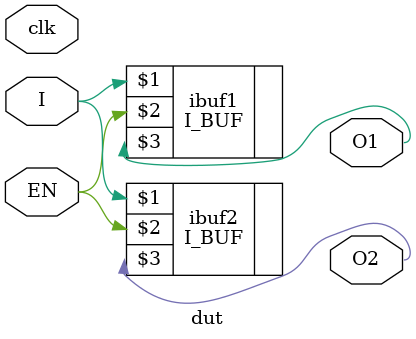
<source format=sv>
module dut(input logic clk, input logic I,
input logic EN,
output logic O1, O2);

I_BUF ibuf1(I, EN, O1);

I_BUF #(.WEAK_KEEPER("PULLUP")) ibuf2 (I, EN, O2);

endmodule

</source>
